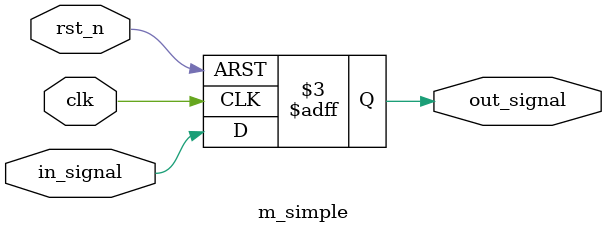
<source format=sv>
module m_simple (
    input logic clk,
    input logic rst_n,
    input logic in_signal,
    output logic out_signal
);
    always_ff @(posedge clk or negedge rst_n) begin
        if (!rst_n)
            out_signal <= 1'b0;
        else
            out_signal <= in_signal;
    end

endmodule

</source>
